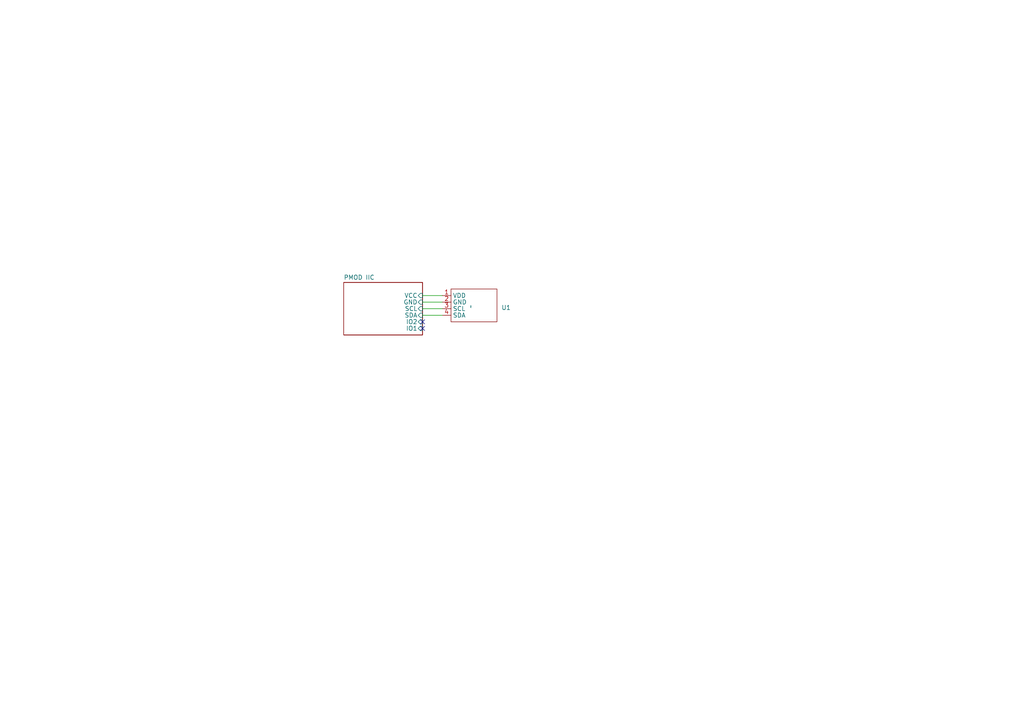
<source format=kicad_sch>
(kicad_sch (version 20230121) (generator eeschema)
  (paper "A4")
  (lib_symbols
    (symbol "my_symbol:SHT40_带壳"
      (property "Reference" "U" (at -1.651 9.525 0))
      (symbol "SHT40_带壳_0_1"
        (rectangle (start -5.08 7.62) (end 4.445 -5.715))
      )
      (symbol "SHT40_带壳_1_1"
        (pin input line (at -3.175 -8.255 90) (length 2.54) (name "VDD") (number "1"))
        (pin input line (at -1.27 -8.255 90) (length 2.54) (name "GND") (number "2"))
        (pin input line (at 0.635 -8.255 90) (length 2.54) (name "SCL") (number "3"))
        (pin input line (at 2.54 -8.255 90) (length 2.54) (name "SDA") (number "4"))
      )
    )
  )
  (no_connect (at 122.555 95.25))
  (no_connect (at 122.555 93.345))
  (wire (pts (xy 122.555 87.63) (xy 128.27 87.63)))
  (wire (pts (xy 122.555 85.725) (xy 128.27 85.725)))
  (wire (pts (xy 122.555 91.44) (xy 128.27 91.44)))
  (wire (pts (xy 122.555 89.535) (xy 128.27 89.535)))
  (symbol (lib_id "my_symbol:SHT40_带壳") (at 136.525 88.9 270) (unit 1)
    (property "Reference" "U1" (at 145.415 89.2175 90) (effects (justify left)))
    (property "Value" "~" (at 136.525 88.9 0))
    (property "Footprint" "my_footprint:SHT40_带壳" (effects hide))
  )
  (sheet (at 99.695 81.915) (size 22.86 15.24) (stroke (width 0.1524))
    (property "Sheetname" "PMOD IIC" (at 99.695 81.2034 0) (effects (justify left bottom)))
    (property "Sheetfile" "C:/Users/tbz/OneDrive/doc/kicad_schematic/pmod_iic.kicad_sch" (effects hide))
    (pin "IO1" input (at 122.555 95.25 0))
    (pin "SDA" input (at 122.555 91.44 0))
    (pin "SCL" input (at 122.555 89.535 0))
    (pin "VCC" input (at 122.555 85.725 0))
    (pin "GND" input (at 122.555 87.63 0))
    (pin "IO2" input (at 122.555 93.345 0))
  )
)
</source>
